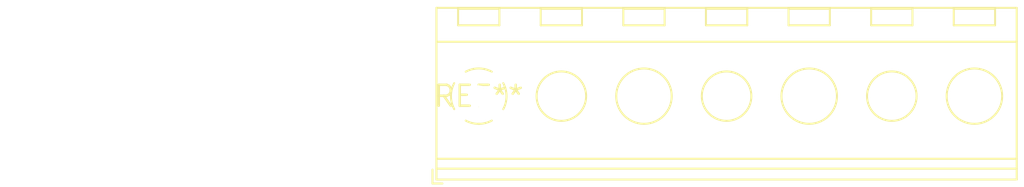
<source format=kicad_pcb>
(kicad_pcb (version 20240108) (generator pcbnew)
  (layers (0 "F.Cu" signal) (31 "B.Cu" signal) (34 "B.Paste" user) (35 "F.Paste" user) (36 "B.SilkS" user "B.Silkscreen") (37 "F.SilkS" user "F.Silkscreen") (38 "B.Mask" user) (39 "F.Mask" user) (44 "Edge.Cuts" user))
  (net 0 "")
  (footprint "TerminalBlock_RND_205-00080_1x04_P10.00mm_Horizontal" (layer "F.Cu") (at 0 0)
    (property "Reference" "REF**")
    (property "Value" "TerminalBlock_RND_205-00080_1x04_P10.00mm_Horizontal")
    (fp_line (start -2.8 4.46) (end -2.8 5.3) (layer "F.SilkS") (stroke (width 0.12)))
    (fp_line (start -2.8 5.3) (end -2.2 5.3) (layer "F.SilkS") (stroke (width 0.12)))
    (fp_line (start -2.56 -5.36) (end -2.56 5.06) (layer "F.SilkS") (stroke (width 0.12)))
    (fp_line (start -2.56 -5.36) (end 32.56 -5.36) (layer "F.SilkS") (stroke (width 0.12)))
    (fp_line (start -2.56 -3.301) (end 32.56 -3.301) (layer "F.SilkS") (stroke (width 0.12)))
    (fp_line (start -2.56 3.8) (end 32.56 3.8) (layer "F.SilkS") (stroke (width 0.12)))
    (fp_line (start -2.56 4.4) (end 32.56 4.4) (layer "F.SilkS") (stroke (width 0.12)))
    (fp_line (start -2.56 5.06) (end 32.56 5.06) (layer "F.SilkS") (stroke (width 0.12)))
    (fp_line (start -1.25 -5.301) (end -1.25 -4.301) (layer "F.SilkS") (stroke (width 0.12)))
    (fp_line (start -1.25 -5.301) (end 1.25 -5.301) (layer "F.SilkS") (stroke (width 0.12)))
    (fp_line (start -1.25 -4.301) (end 1.25 -4.301) (layer "F.SilkS") (stroke (width 0.12)))
    (fp_line (start 1.25 -5.301) (end 1.25 -4.301) (layer "F.SilkS") (stroke (width 0.12)))
    (fp_line (start 3.75 -5.301) (end 3.75 -4.301) (layer "F.SilkS") (stroke (width 0.12)))
    (fp_line (start 3.75 -5.301) (end 6.25 -5.301) (layer "F.SilkS") (stroke (width 0.12)))
    (fp_line (start 3.75 -4.301) (end 6.25 -4.301) (layer "F.SilkS") (stroke (width 0.12)))
    (fp_line (start 6.25 -5.301) (end 6.25 -4.301) (layer "F.SilkS") (stroke (width 0.12)))
    (fp_line (start 8.75 -5.301) (end 8.75 -4.301) (layer "F.SilkS") (stroke (width 0.12)))
    (fp_line (start 8.75 -5.301) (end 11.25 -5.301) (layer "F.SilkS") (stroke (width 0.12)))
    (fp_line (start 8.75 -4.301) (end 11.25 -4.301) (layer "F.SilkS") (stroke (width 0.12)))
    (fp_line (start 11.25 -5.301) (end 11.25 -4.301) (layer "F.SilkS") (stroke (width 0.12)))
    (fp_line (start 13.75 -5.301) (end 13.75 -4.301) (layer "F.SilkS") (stroke (width 0.12)))
    (fp_line (start 13.75 -5.301) (end 16.25 -5.301) (layer "F.SilkS") (stroke (width 0.12)))
    (fp_line (start 13.75 -4.301) (end 16.25 -4.301) (layer "F.SilkS") (stroke (width 0.12)))
    (fp_line (start 16.25 -5.301) (end 16.25 -4.301) (layer "F.SilkS") (stroke (width 0.12)))
    (fp_line (start 18.75 -5.301) (end 18.75 -4.301) (layer "F.SilkS") (stroke (width 0.12)))
    (fp_line (start 18.75 -5.301) (end 21.25 -5.301) (layer "F.SilkS") (stroke (width 0.12)))
    (fp_line (start 18.75 -4.301) (end 21.25 -4.301) (layer "F.SilkS") (stroke (width 0.12)))
    (fp_line (start 21.25 -5.301) (end 21.25 -4.301) (layer "F.SilkS") (stroke (width 0.12)))
    (fp_line (start 23.75 -5.301) (end 23.75 -4.301) (layer "F.SilkS") (stroke (width 0.12)))
    (fp_line (start 23.75 -5.301) (end 26.25 -5.301) (layer "F.SilkS") (stroke (width 0.12)))
    (fp_line (start 23.75 -4.301) (end 26.25 -4.301) (layer "F.SilkS") (stroke (width 0.12)))
    (fp_line (start 26.25 -5.301) (end 26.25 -4.301) (layer "F.SilkS") (stroke (width 0.12)))
    (fp_line (start 28.75 -5.301) (end 28.75 -4.301) (layer "F.SilkS") (stroke (width 0.12)))
    (fp_line (start 28.75 -5.301) (end 31.25 -5.301) (layer "F.SilkS") (stroke (width 0.12)))
    (fp_line (start 28.75 -4.301) (end 31.25 -4.301) (layer "F.SilkS") (stroke (width 0.12)))
    (fp_line (start 31.25 -5.301) (end 31.25 -4.301) (layer "F.SilkS") (stroke (width 0.12)))
    (fp_line (start 32.56 -5.36) (end 32.56 5.06) (layer "F.SilkS") (stroke (width 0.12)))
    (fp_arc (start -1.483953 0.789089) (mid -1.680708 5e-05) (end -1.484 -0.789) (layer "F.SilkS") (stroke (width 0.12)))
    (fp_arc (start -0.789089 -1.483953) (mid -5e-05 -1.680708) (end 0.789 -1.484) (layer "F.SilkS") (stroke (width 0.12)))
    (fp_arc (start 0.029383 1.68045) (mid -0.392304 1.634281) (end -0.789 1.484) (layer "F.SilkS") (stroke (width 0.12)))
    (fp_arc (start 0.788712 1.483352) (mid 0.406429 1.630097) (end 0 1.68) (layer "F.SilkS") (stroke (width 0.12)))
    (fp_arc (start 1.483953 -0.789089) (mid 1.680708 -5e-05) (end 1.484 0.789) (layer "F.SilkS") (stroke (width 0.12)))
    (fp_circle (center 5 0) (end 6.5 0) (layer "F.SilkS") (stroke (width 0.12)) (fill none))
    (fp_circle (center 10 0) (end 11.68 0) (layer "F.SilkS") (stroke (width 0.12)) (fill none))
    (fp_circle (center 15 0) (end 16.5 0) (layer "F.SilkS") (stroke (width 0.12)) (fill none))
    (fp_circle (center 20 0) (end 21.68 0) (layer "F.SilkS") (stroke (width 0.12)) (fill none))
    (fp_circle (center 25 0) (end 26.5 0) (layer "F.SilkS") (stroke (width 0.12)) (fill none))
    (fp_circle (center 30 0) (end 31.68 0) (layer "F.SilkS") (stroke (width 0.12)) (fill none))
    (pad "1" thru_hole rect (at 0 0) (size 2.5 2.5) (drill 1.3) (layers *.Cu *.Mask) (remove_unused_layers))
    (pad "2" thru_hole circle (at 10 0) (size 2.5 2.5) (drill 1.3) (layers *.Cu *.Mask) (remove_unused_layers))
    (pad "3" thru_hole circle (at 20 0) (size 2.5 2.5) (drill 1.3) (layers *.Cu *.Mask) (remove_unused_layers))
    (pad "4" thru_hole circle (at 30 0) (size 2.5 2.5) (drill 1.3) (layers *.Cu *.Mask) (remove_unused_layers))
  )
)
</source>
